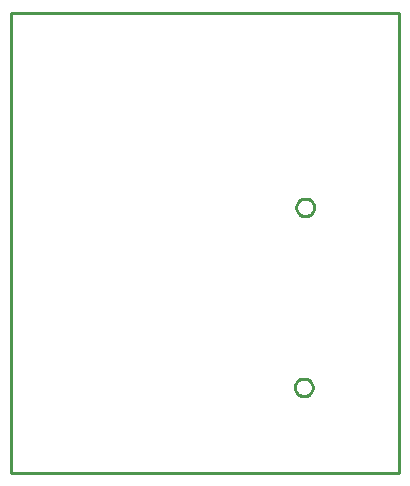
<source format=gbr>
G04 EAGLE Gerber RS-274X export*
G75*
%MOMM*%
%FSLAX34Y34*%
%LPD*%
%IN*%
%IPPOS*%
%AMOC8*
5,1,8,0,0,1.08239X$1,22.5*%
G01*
%ADD10C,0.254000*%


D10*
X25400Y3810D02*
X353570Y3810D01*
X353570Y393600D01*
X25400Y393600D01*
X25400Y3810D01*
X274688Y236100D02*
X275422Y236028D01*
X276145Y235884D01*
X276850Y235670D01*
X277531Y235388D01*
X278180Y235041D01*
X278793Y234631D01*
X279363Y234164D01*
X279884Y233643D01*
X280351Y233073D01*
X280761Y232460D01*
X281108Y231811D01*
X281390Y231130D01*
X281604Y230425D01*
X281748Y229702D01*
X281820Y228968D01*
X281820Y228232D01*
X281748Y227498D01*
X281604Y226775D01*
X281390Y226070D01*
X281108Y225389D01*
X280761Y224740D01*
X280351Y224127D01*
X279884Y223557D01*
X279363Y223036D01*
X278793Y222569D01*
X278180Y222159D01*
X277531Y221812D01*
X276850Y221530D01*
X276145Y221316D01*
X275422Y221172D01*
X274688Y221100D01*
X273952Y221100D01*
X273218Y221172D01*
X272495Y221316D01*
X271790Y221530D01*
X271109Y221812D01*
X270460Y222159D01*
X269847Y222569D01*
X269277Y223036D01*
X268756Y223557D01*
X268289Y224127D01*
X267879Y224740D01*
X267532Y225389D01*
X267250Y226070D01*
X267036Y226775D01*
X266892Y227498D01*
X266820Y228232D01*
X266820Y228968D01*
X266892Y229702D01*
X267036Y230425D01*
X267250Y231130D01*
X267532Y231811D01*
X267879Y232460D01*
X268289Y233073D01*
X268756Y233643D01*
X269277Y234164D01*
X269847Y234631D01*
X270460Y235041D01*
X271109Y235388D01*
X271790Y235670D01*
X272495Y235884D01*
X273218Y236028D01*
X273952Y236100D01*
X274688Y236100D01*
X273418Y83700D02*
X274152Y83628D01*
X274875Y83484D01*
X275580Y83270D01*
X276261Y82988D01*
X276910Y82641D01*
X277523Y82231D01*
X278093Y81764D01*
X278614Y81243D01*
X279081Y80673D01*
X279491Y80060D01*
X279838Y79411D01*
X280120Y78730D01*
X280334Y78025D01*
X280478Y77302D01*
X280550Y76568D01*
X280550Y75832D01*
X280478Y75098D01*
X280334Y74375D01*
X280120Y73670D01*
X279838Y72989D01*
X279491Y72340D01*
X279081Y71727D01*
X278614Y71157D01*
X278093Y70636D01*
X277523Y70169D01*
X276910Y69759D01*
X276261Y69412D01*
X275580Y69130D01*
X274875Y68916D01*
X274152Y68772D01*
X273418Y68700D01*
X272682Y68700D01*
X271948Y68772D01*
X271225Y68916D01*
X270520Y69130D01*
X269839Y69412D01*
X269190Y69759D01*
X268577Y70169D01*
X268007Y70636D01*
X267486Y71157D01*
X267019Y71727D01*
X266609Y72340D01*
X266262Y72989D01*
X265980Y73670D01*
X265766Y74375D01*
X265622Y75098D01*
X265550Y75832D01*
X265550Y76568D01*
X265622Y77302D01*
X265766Y78025D01*
X265980Y78730D01*
X266262Y79411D01*
X266609Y80060D01*
X267019Y80673D01*
X267486Y81243D01*
X268007Y81764D01*
X268577Y82231D01*
X269190Y82641D01*
X269839Y82988D01*
X270520Y83270D01*
X271225Y83484D01*
X271948Y83628D01*
X272682Y83700D01*
X273418Y83700D01*
M02*

</source>
